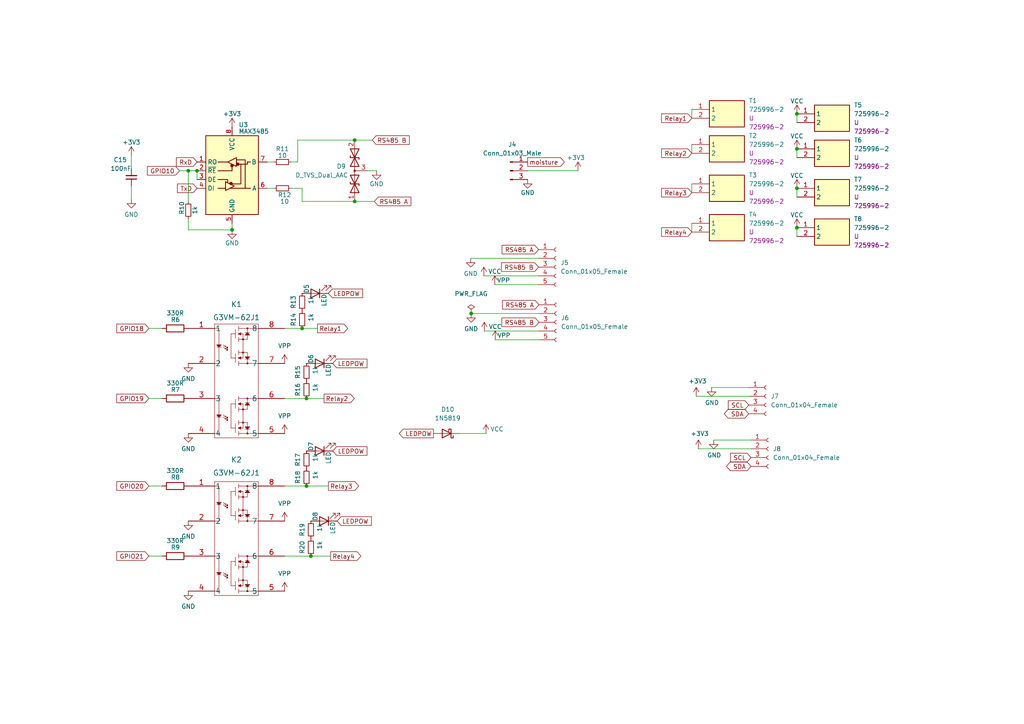
<source format=kicad_sch>
(kicad_sch (version 20211123) (generator eeschema)
  (paper "A4")
  (lib_symbols
    (symbol "725996-2:725996-2"
      (property "Value" "725996-2" (at 0 0 0))
      (property "Reference_1" "U" (at 16.51 7.62 0))
      (property "Value_1" "725996-2" (at 16.51 5.08 0))
      (symbol "725996-2_1_1"
        (pin passive line (at 0 0 0) (length 5.08) (name "1") (number "1"))
        (pin passive line (at 0 -2.54 0) (length 5.08) (name "2") (number "2"))
      )
    )
    (symbol "Connector:Conn_01x03_Male" (pin_names (offset 1.016) hide)
      (property "Reference" "J" (at 0 5.08 0))
      (property "Value" "Conn_01x03_Male" (at 0 -5.08 0))
      (symbol "Conn_01x03_Male_1_1"
        (pin passive line (at 5.08 2.54 180) (length 3.81) (name "Pin_1") (number "1"))
        (pin passive line (at 5.08 0 180) (length 3.81) (name "Pin_2") (number "2"))
        (pin passive line (at 5.08 -2.54 180) (length 3.81) (name "Pin_3") (number "3"))
      )
    )
    (symbol "Connector:Conn_01x04_Female" (pin_names (offset 1.016) hide)
      (property "Reference" "J" (at 0 5.08 0))
      (property "Value" "Conn_01x04_Female" (at 0 -7.62 0))
      (symbol "Conn_01x04_Female_1_1"
        (pin passive line (at -5.08 2.54 0) (length 3.81) (name "Pin_1") (number "1"))
        (pin passive line (at -5.08 0 0) (length 3.81) (name "Pin_2") (number "2"))
        (pin passive line (at -5.08 -2.54 0) (length 3.81) (name "Pin_3") (number "3"))
        (pin passive line (at -5.08 -5.08 0) (length 3.81) (name "Pin_4") (number "4"))
      )
    )
    (symbol "Connector:Conn_01x05_Female" (pin_names (offset 1.016) hide)
      (property "Reference" "J" (at 0 7.62 0))
      (property "Value" "Conn_01x05_Female" (at 0 -7.62 0))
      (symbol "Conn_01x05_Female_1_1"
        (pin passive line (at -5.08 5.08 0) (length 3.81) (name "Pin_1") (number "1"))
        (pin passive line (at -5.08 2.54 0) (length 3.81) (name "Pin_2") (number "2"))
        (pin passive line (at -5.08 0 0) (length 3.81) (name "Pin_3") (number "3"))
        (pin passive line (at -5.08 -2.54 0) (length 3.81) (name "Pin_4") (number "4"))
        (pin passive line (at -5.08 -5.08 0) (length 3.81) (name "Pin_5") (number "5"))
      )
    )
    (symbol "Device:C_Small" (pin_numbers hide) (pin_names (offset 0.254) hide)
      (property "Reference" "C" (at 0.254 1.778 0))
      (property "Value" "C_Small" (at 0.254 -2.032 0))
      (symbol "C_Small_1_1"
        (pin passive line (at 0 2.54 270) (length 2.032) (name "~") (number "1"))
        (pin passive line (at 0 -2.54 90) (length 2.032) (name "~") (number "2"))
      )
    )
    (symbol "Device:D_TVS_Dual_AAC" (pin_names (offset 1.016) hide)
      (property "Reference" "D" (at 0 4.445 0))
      (property "Value" "D_TVS_Dual_AAC" (at 0 2.54 0))
      (symbol "D_TVS_Dual_AAC_1_1"
        (pin passive line (at -8.89 0 0) (length 2.54) (name "A1") (number "1"))
        (pin passive line (at 8.89 0 180) (length 2.54) (name "A2") (number "2"))
        (pin input line (at 0 -3.81 90) (length 2.54) (name "common") (number "3"))
      )
    )
    (symbol "Device:LED" (pin_numbers hide) (pin_names (offset 1.016) hide)
      (property "Reference" "D" (at 0 2.54 0))
      (property "Value" "LED" (at 0 -2.54 0))
      (symbol "LED_1_1"
        (pin passive line (at -3.81 0 0) (length 2.54) (name "K") (number "1"))
        (pin passive line (at 3.81 0 180) (length 2.54) (name "A") (number "2"))
      )
    )
    (symbol "Device:R" (pin_numbers hide) (pin_names (offset 0))
      (property "Reference" "R" (at 2.032 0 90))
      (property "Value" "R" (at 0 0 90))
      (symbol "R_1_1"
        (pin passive line (at 0 3.81 270) (length 1.27) (name "~") (number "1"))
        (pin passive line (at 0 -3.81 90) (length 1.27) (name "~") (number "2"))
      )
    )
    (symbol "Device:R_Small" (pin_numbers hide) (pin_names (offset 0.254) hide)
      (property "Reference" "R" (at 0.762 0.508 0))
      (property "Value" "R_Small" (at 0.762 -1.016 0))
      (symbol "R_Small_1_1"
        (pin passive line (at 0 2.54 270) (length 0.762) (name "~") (number "1"))
        (pin passive line (at 0 -2.54 90) (length 0.762) (name "~") (number "2"))
      )
    )
    (symbol "Diode:1N5819" (pin_numbers hide) (pin_names (offset 1.016) hide)
      (property "Reference" "D" (at 0 2.54 0))
      (property "Value" "1N5819" (at 0 -2.54 0))
      (symbol "1N5819_1_1"
        (pin passive line (at -3.81 0 0) (length 2.54) (name "K") (number "1"))
        (pin passive line (at 3.81 0 180) (length 2.54) (name "A") (number "2"))
      )
    )
    (symbol "G3VM-62J1:G3VM-62J1" (pin_names (offset 0.254))
      (property "Reference" "K" (at 13.6652 6.0452 0))
      (property "Value" "G3VM-62J1" (at 13.6652 3.5052 0))
      (symbol "G3VM-62J1_1_1"
        (pin passive line (at 0 0 0) (length 7.62) (name "1") (number "1"))
        (pin passive line (at 0 -10.16 0) (length 7.62) (name "2") (number "2"))
        (pin passive line (at 0 -20.32 0) (length 7.62) (name "3") (number "3"))
        (pin passive line (at 0 -30.48 0) (length 7.62) (name "4") (number "4"))
        (pin passive line (at 27.94 -30.48 180) (length 7.62) (name "5") (number "5"))
        (pin passive line (at 27.94 -20.32 180) (length 7.62) (name "6") (number "6"))
        (pin passive line (at 27.94 -10.16 180) (length 7.62) (name "7") (number "7"))
        (pin passive line (at 27.94 0 180) (length 7.62) (name "8") (number "8"))
      )
    )
    (symbol "Interface_UART:MAX3485"
      (property "Reference" "U" (at -6.096 11.43 0))
      (property "Value" "MAX3485" (at 0.762 11.43 0))
      (symbol "MAX3485_1_1"
        (pin output line (at -10.16 2.54 0) (length 2.54) (name "RO") (number "1"))
        (pin input line (at -10.16 0 0) (length 2.54) (name "~{RE}") (number "2"))
        (pin input line (at -10.16 -2.54 0) (length 2.54) (name "DE") (number "3"))
        (pin input line (at -10.16 -5.08 0) (length 2.54) (name "DI") (number "4"))
        (pin power_in line (at 0 -15.24 90) (length 2.54) (name "GND") (number "5"))
        (pin bidirectional line (at 10.16 -5.08 180) (length 2.54) (name "A") (number "6"))
        (pin bidirectional line (at 10.16 2.54 180) (length 2.54) (name "B") (number "7"))
        (pin power_in line (at 0 12.7 270) (length 2.54) (name "VCC") (number "8"))
      )
    )
    (symbol "power:+3V3" (power) (pin_names (offset 0))
      (property "Value" "+3V3" (at 0 3.556 0))
      (symbol "+3V3_1_1"
        (pin power_in line (at 0 0 90) (length 0) hide (name "+3V3") (number "1"))
      )
    )
    (symbol "power:GND" (power) (pin_names (offset 0))
      (property "Value" "GND" (at 0 -3.81 0))
      (symbol "GND_1_1"
        (pin power_in line (at 0 0 270) (length 0) hide (name "GND") (number "1"))
      )
    )
    (symbol "power:PWR_FLAG" (power) (pin_numbers hide) (pin_names (offset 0) hide)
      (property "Value" "PWR_FLAG" (at 0 3.81 0))
      (symbol "PWR_FLAG_0_0"
        (pin power_out line (at 0 0 90) (length 0) (name "pwr") (number "1"))
      )
    )
    (symbol "power:VCC" (power) (pin_names (offset 0))
      (property "Value" "VCC" (at 0 3.81 0))
      (symbol "VCC_1_1"
        (pin power_in line (at 0 0 90) (length 0) hide (name "VCC") (number "1"))
      )
    )
    (symbol "power:VPP" (power) (pin_names (offset 0))
      (property "Value" "VPP" (at 0 3.81 0))
      (symbol "VPP_1_1"
        (pin power_in line (at 0 0 90) (length 0) hide (name "VPP") (number "1"))
      )
    )
  )
  (junction (at 231.14 54.61))
  (junction (at 57.15 49.53))
  (junction (at 54.61 49.53))
  (junction (at 87.63 95.25))
  (junction (at 136.652 90.932))
  (junction (at 88.9 140.97))
  (junction (at 102.87 58.42))
  (junction (at 88.9 115.57))
  (junction (at 231.14 43.18))
  (junction (at 90.17 161.29))
  (junction (at 231.14 66.04))
  (junction (at 231.14 33.02))
  (junction (at 67.31 66.675))
  (junction (at 102.87 40.64))
  (wire (pts (xy 231.14 43.18) (xy 231.14 45.72)))
  (wire (pts (xy 153.035 49.53) (xy 167.64 49.53)))
  (wire (pts (xy 87.63 54.61) (xy 87.63 58.42)))
  (wire (pts (xy 57.15 49.53) (xy 57.15 52.07)))
  (wire (pts (xy 136.652 90.932) (xy 156.337 90.932)))
  (wire (pts (xy 43.18 161.29) (xy 46.99 161.29)))
  (wire (pts (xy 206.375 112.395) (xy 217.17 112.395)))
  (wire (pts (xy 143.637 98.552) (xy 156.337 98.552)))
  (wire (pts (xy 38.1 53.975) (xy 38.1 57.785)))
  (wire (pts (xy 201.93 114.935) (xy 217.17 114.935)))
  (wire (pts (xy 82.55 161.29) (xy 90.17 161.29)))
  (wire (pts (xy 38.1 45.085) (xy 38.1 48.895)))
  (wire (pts (xy 43.18 140.97) (xy 46.99 140.97)))
  (wire (pts (xy 88.9 115.57) (xy 93.98 115.57)))
  (wire (pts (xy 82.55 140.97) (xy 88.9 140.97)))
  (wire (pts (xy 231.14 66.04) (xy 231.14 68.58)))
  (wire (pts (xy 90.17 161.29) (xy 95.885 161.29)))
  (wire (pts (xy 106.68 49.53) (xy 109.22 49.53)))
  (wire (pts (xy 202.565 130.175) (xy 217.805 130.175)))
  (wire (pts (xy 140.462 96.012) (xy 156.337 96.012)))
  (wire (pts (xy 133.35 125.73) (xy 140.97 125.73)))
  (wire (pts (xy 54.61 63.5) (xy 54.61 66.675)))
  (wire (pts (xy 102.87 40.64) (xy 107.95 40.64)))
  (wire (pts (xy 84.455 54.61) (xy 87.63 54.61)))
  (wire (pts (xy 136.525 74.93) (xy 156.21 74.93)))
  (wire (pts (xy 52.07 49.53) (xy 54.61 49.53)))
  (wire (pts (xy 231.14 54.61) (xy 231.14 57.15)))
  (wire (pts (xy 77.47 46.99) (xy 79.375 46.99)))
  (wire (pts (xy 200.66 64.77) (xy 200.66 67.31)))
  (wire (pts (xy 43.18 115.57) (xy 46.99 115.57)))
  (wire (pts (xy 43.18 95.25) (xy 46.99 95.25)))
  (wire (pts (xy 200.66 31.75) (xy 200.66 34.29)))
  (wire (pts (xy 54.61 49.53) (xy 54.61 58.42)))
  (wire (pts (xy 231.14 33.02) (xy 231.14 35.56)))
  (wire (pts (xy 87.63 58.42) (xy 102.87 58.42)))
  (wire (pts (xy 88.9 140.97) (xy 95.25 140.97)))
  (wire (pts (xy 84.455 46.99) (xy 86.36 46.99)))
  (wire (pts (xy 77.47 54.61) (xy 79.375 54.61)))
  (wire (pts (xy 200.66 41.91) (xy 200.66 44.45)))
  (wire (pts (xy 54.61 49.53) (xy 57.15 49.53)))
  (wire (pts (xy 140.335 80.01) (xy 156.21 80.01)))
  (wire (pts (xy 102.87 58.42) (xy 108.585 58.42)))
  (wire (pts (xy 86.36 46.99) (xy 86.36 40.64)))
  (wire (pts (xy 86.36 40.64) (xy 102.87 40.64)))
  (wire (pts (xy 82.55 95.25) (xy 87.63 95.25)))
  (wire (pts (xy 54.61 66.675) (xy 67.31 66.675)))
  (wire (pts (xy 67.31 64.77) (xy 67.31 66.675)))
  (wire (pts (xy 82.55 115.57) (xy 88.9 115.57)))
  (wire (pts (xy 143.51 82.55) (xy 156.21 82.55)))
  (wire (pts (xy 200.66 53.34) (xy 200.66 55.88)))
  (wire (pts (xy 87.63 95.25) (xy 92.075 95.25)))
  (wire (pts (xy 207.01 127.635) (xy 217.805 127.635)))
  (global_label "Relay4" (shape output) (at 95.885 161.29 0) (property "Intersheet References" "${INTERSHEET_REFS}" (effects hide)))
  (global_label "LEDPOW" (shape input) (at 95.25 85.09 0) (property "Intersheet References" "${INTERSHEET_REFS}" (effects hide)))
  (global_label "RS485 A" (shape input) (at 156.21 72.39 180) (property "Intersheet References" "${INTERSHEET_REFS}" (effects hide)))
  (global_label "GPIO18" (shape input) (at 43.18 95.25 180) (property "Intersheet References" "${INTERSHEET_REFS}" (effects hide)))
  (global_label "Relay2" (shape input) (at 200.66 44.45 180) (property "Intersheet References" "${INTERSHEET_REFS}" (effects hide)))
  (global_label "Relay4" (shape input) (at 200.66 67.31 180) (property "Intersheet References" "${INTERSHEET_REFS}" (effects hide)))
  (global_label "RS485 B" (shape input) (at 156.337 93.472 180) (property "Intersheet References" "${INTERSHEET_REFS}" (effects hide)))
  (global_label "SCL" (shape input) (at 217.805 132.715 180) (property "Intersheet References" "${INTERSHEET_REFS}" (effects hide)))
  (global_label "GPIO21" (shape input) (at 43.18 161.29 180) (property "Intersheet References" "${INTERSHEET_REFS}" (effects hide)))
  (global_label "Relay3" (shape output) (at 95.25 140.97 0) (property "Intersheet References" "${INTERSHEET_REFS}" (effects hide)))
  (global_label "SDA" (shape bidirectional) (at 217.805 135.255 180) (property "Intersheet References" "${INTERSHEET_REFS}" (effects hide)))
  (global_label "GPIO10" (shape input) (at 52.07 49.53 180) (property "Intersheet References" "${INTERSHEET_REFS}" (effects hide)))
  (global_label "RxD" (shape input) (at 57.15 46.99 180) (property "Intersheet References" "${INTERSHEET_REFS}" (effects hide)))
  (global_label "RS485 A" (shape input) (at 156.337 88.392 180) (property "Intersheet References" "${INTERSHEET_REFS}" (effects hide)))
  (global_label "RS485 B" (shape input) (at 107.95 40.64 0) (property "Intersheet References" "${INTERSHEET_REFS}" (effects hide)))
  (global_label "moisture" (shape output) (at 153.035 46.99 0) (property "Intersheet References" "${INTERSHEET_REFS}" (effects hide)))
  (global_label "TxD" (shape input) (at 57.15 54.61 180) (property "Intersheet References" "${INTERSHEET_REFS}" (effects hide)))
  (global_label "Relay3" (shape input) (at 200.66 55.88 180) (property "Intersheet References" "${INTERSHEET_REFS}" (effects hide)))
  (global_label "Relay2" (shape output) (at 93.98 115.57 0) (property "Intersheet References" "${INTERSHEET_REFS}" (effects hide)))
  (global_label "RS485 B" (shape input) (at 156.21 77.47 180) (property "Intersheet References" "${INTERSHEET_REFS}" (effects hide)))
  (global_label "RS485 A" (shape input) (at 108.585 58.42 0) (property "Intersheet References" "${INTERSHEET_REFS}" (effects hide)))
  (global_label "Relay1" (shape output) (at 92.075 95.25 0) (property "Intersheet References" "${INTERSHEET_REFS}" (effects hide)))
  (global_label "LEDPOW" (shape input) (at 96.52 130.81 0) (property "Intersheet References" "${INTERSHEET_REFS}" (effects hide)))
  (global_label "GPIO20" (shape input) (at 43.18 140.97 180) (property "Intersheet References" "${INTERSHEET_REFS}" (effects hide)))
  (global_label "Relay1" (shape input) (at 200.66 34.29 180) (property "Intersheet References" "${INTERSHEET_REFS}" (effects hide)))
  (global_label "SCL" (shape input) (at 217.17 117.475 180) (property "Intersheet References" "${INTERSHEET_REFS}" (effects hide)))
  (global_label "LEDPOW" (shape output) (at 125.73 125.73 180) (property "Intersheet References" "${INTERSHEET_REFS}" (effects hide)))
  (global_label "GPIO19" (shape input) (at 43.18 115.57 180) (property "Intersheet References" "${INTERSHEET_REFS}" (effects hide)))
  (global_label "LEDPOW" (shape input) (at 96.52 105.41 0) (property "Intersheet References" "${INTERSHEET_REFS}" (effects hide)))
  (global_label "SDA" (shape bidirectional) (at 217.17 120.015 180) (property "Intersheet References" "${INTERSHEET_REFS}" (effects hide)))
  (global_label "LEDPOW" (shape input) (at 97.79 151.13 0) (property "Intersheet References" "${INTERSHEET_REFS}" (effects hide)))
  (symbol (lib_id "power:VPP") (at 143.637 98.552 0) (unit 1)
    (property "Reference" "#PWR057" (effects hide))
    (property "Value" "VPP" (at 146.177 97.282 0))
  )
  (symbol (lib_id "power:+3V3") (at 201.93 114.935 0) (unit 1)
    (property "Reference" "#PWR060" (effects hide))
    (property "Value" "+3V3" (at 202.311 110.5408 0))
  )
  (symbol (lib_id "Device:R_Small") (at 87.63 87.63 180) (unit 1)
    (property "Reference" "R13" (at 85.09 87.63 90))
    (property "Value" "1k" (at 90.17 86.995 90))
    (property "Footprint" "Resistor_SMD:R_0402_1005Metric" (effects hide))
    (property "LCSC Part #" "C11702" (effects hide))
  )
  (symbol (lib_id "Device:R_Small") (at 81.915 54.61 90) (unit 1)
    (property "Reference" "R12" (at 82.55 56.515 90))
    (property "Value" "10" (at 82.55 58.42 90))
    (property "Footprint" "Resistor_SMD:R_0402_1005Metric" (effects hide))
    (property "LCSC Part #" "C25077" (effects hide))
  )
  (symbol (lib_id "725996-2:725996-2") (at 231.14 33.02 0) (unit 1)
    (property "Reference" "T5" (at 247.65 30.4799 0) (effects (justify left)))
    (property "Value" "725996-2" (at 247.65 33.0199 0) (effects (justify left)))
    (property "Footprint" "725996:7259962" (effects hide))
    (property "Reference_1" "U" (at 247.65 35.5599 0) (effects (justify left)))
    (property "Value_1" "725996-2" (at 247.65 38.0999 0) (effects (justify left)))
    (property "Footprint_1" "7259962" (effects hide))
    (property "Datasheet_1" "http://www.te.com/commerce/DocumentDelivery/DDEController?Action=showdoc&DocId=Catalog+Section%7F82159_PCB_TERMINALS_AND_DISCONNECTS%7F1207%7Fpdf%7FEnglish%7FENG_CS_82159_PCB_TERMINALS_AND_DISCONNECTS_1207.pdf%7F725996-2" (effects hide))
    (property "Height" "8" (effects hide))
    (property "Manufacturer_Name" "TE Connectivity" (effects hide))
    (property "Manufacturer_Part_Number" "725996-2" (effects hide))
    (property "Mouser Part Number" "571-725996-2" (effects hide))
    (property "Mouser Price/Stock" "https://www.mouser.co.uk/ProductDetail/TE-Connectivity-AMP/725996-2?qs=qCxwlXJ4fnwSyI%252Bf7tGybA%3D%3D" (effects hide))
    (property "Arrow Part Number" "725996-2" (effects hide))
    (property "Arrow Price/Stock" "https://www.arrow.com/en/products/725996-2/te-connectivity" (effects hide))
  )
  (symbol (lib_id "Connector:Conn_01x04_Female") (at 222.25 114.935 0) (unit 1)
    (property "Reference" "J7" (at 223.52 114.9349 0) (effects (justify left)))
    (property "Value" "Conn_01x04_Female" (at 223.52 117.4749 0) (effects (justify left)))
    (property "Footprint" "Connector_JST:JST_PH_B4B-PH-SM4-TB_1x04-1MP_P2.00mm_Vertical" (effects hide))
  )
  (symbol (lib_id "Device:R") (at 50.8 161.29 270) (unit 1)
    (property "Reference" "R9" (at 49.53 158.75 90) (effects (justify left)))
    (property "Value" "330R" (at 48.26 156.845 90) (effects (justify left)))
    (property "Footprint" "Resistor_SMD:R_0402_1005Metric" (effects hide))
    (property "LCSC Part #" "C25104" (effects hide))
  )
  (symbol (lib_id "power:GND") (at 207.01 127.635 0) (unit 1)
    (property "Reference" "#PWR063" (effects hide))
    (property "Value" "GND" (at 207.137 132.0292 0))
  )
  (symbol (lib_id "power:VCC") (at 231.14 33.02 0) (unit 1)
    (property "Reference" "#PWR064" (effects hide))
    (property "Value" "VCC" (at 231.14 29.337 0))
  )
  (symbol (lib_id "Connector:Conn_01x05_Female") (at 161.417 93.472 0) (unit 1)
    (property "Reference" "J6" (at 162.687 92.2019 0) (effects (justify left)))
    (property "Value" "Conn_01x05_Female" (at 162.687 94.7419 0) (effects (justify left)))
    (property "Footprint" "Connector_PinSocket_2.54mm:PinSocket_1x05_P2.54mm_Vertical" (effects hide))
  )
  (symbol (lib_id "Device:LED") (at 92.71 130.81 180) (unit 1)
    (property "Reference" "D7" (at 90.17 130.81 90) (effects (justify right)))
    (property "Value" "LED" (at 95.25 134.62 90) (effects (justify right)))
    (property "Footprint" "LED_SMD:LED_0402_1005Metric" (effects hide))
    (property "LCSC Part #" "C130724" (effects hide))
  )
  (symbol (lib_id "power:VCC") (at 231.14 54.61 0) (unit 1)
    (property "Reference" "#PWR066" (effects hide))
    (property "Value" "VCC" (at 231.14 50.927 0))
  )
  (symbol (lib_id "power:GND") (at 54.61 125.73 0) (unit 1)
    (property "Reference" "#PWR041" (effects hide))
    (property "Value" "GND" (at 54.61 130.175 0))
  )
  (symbol (lib_id "power:GND") (at 54.61 105.41 0) (unit 1)
    (property "Reference" "#PWR040" (effects hide))
    (property "Value" "GND" (at 54.61 109.855 0))
  )
  (symbol (lib_id "power:GND") (at 38.1 57.785 0) (unit 1)
    (property "Reference" "#PWR039" (effects hide))
    (property "Value" "GND" (at 38.1 62.23 0))
  )
  (symbol (lib_id "Device:R_Small") (at 88.9 107.95 180) (unit 1)
    (property "Reference" "R15" (at 86.36 107.95 90))
    (property "Value" "1k" (at 91.44 107.315 90))
    (property "Footprint" "Resistor_SMD:R_0402_1005Metric" (effects hide))
    (property "LCSC Part #" "C11702" (effects hide))
  )
  (symbol (lib_id "power:VCC") (at 140.97 125.73 0) (unit 1)
    (property "Reference" "#PWR055" (effects hide))
    (property "Value" "VCC" (at 144.145 124.46 0))
  )
  (symbol (lib_id "power:VPP") (at 82.55 105.41 0) (unit 1)
    (property "Reference" "#PWR046" (effects hide))
    (property "Value" "VPP" (at 82.55 100.33 0))
  )
  (symbol (lib_id "power:+3V3") (at 167.64 49.53 0) (unit 1)
    (property "Reference" "#PWR059" (effects hide))
    (property "Value" "+3V3" (at 167.005 45.72 0))
  )
  (symbol (lib_id "Device:C_Small") (at 38.1 51.435 180) (unit 1)
    (property "Reference" "C15" (at 36.83 46.355 0) (effects (justify left)))
    (property "Value" "100nF" (at 38.1 48.895 0) (effects (justify left)))
    (property "Footprint" "Capacitor_SMD:C_0402_1005Metric" (effects hide))
    (property "LCSC Part #" "C1525" (effects hide))
  )
  (symbol (lib_id "power:GND") (at 206.375 112.395 0) (unit 1)
    (property "Reference" "#PWR062" (effects hide))
    (property "Value" "GND" (at 206.502 116.7892 0))
  )
  (symbol (lib_id "Device:LED") (at 93.98 151.13 180) (unit 1)
    (property "Reference" "D8" (at 91.44 151.13 90) (effects (justify right)))
    (property "Value" "LED" (at 96.52 154.94 90) (effects (justify right)))
    (property "Footprint" "LED_SMD:LED_0402_1005Metric" (effects hide))
    (property "LCSC Part #" "C130724" (effects hide))
  )
  (symbol (lib_id "725996-2:725996-2") (at 200.66 41.91 0) (unit 1)
    (property "Reference" "T2" (at 217.17 39.3699 0) (effects (justify left)))
    (property "Value" "725996-2" (at 217.17 41.9099 0) (effects (justify left)))
    (property "Footprint" "725996:7259962" (effects hide))
    (property "Reference_1" "U" (at 217.17 44.4499 0) (effects (justify left)))
    (property "Value_1" "725996-2" (at 217.17 46.9899 0) (effects (justify left)))
    (property "Footprint_1" "7259962" (effects hide))
    (property "Datasheet_1" "http://www.te.com/commerce/DocumentDelivery/DDEController?Action=showdoc&DocId=Catalog+Section%7F82159_PCB_TERMINALS_AND_DISCONNECTS%7F1207%7Fpdf%7FEnglish%7FENG_CS_82159_PCB_TERMINALS_AND_DISCONNECTS_1207.pdf%7F725996-2" (effects hide))
    (property "Height" "8" (effects hide))
    (property "Manufacturer_Name" "TE Connectivity" (effects hide))
    (property "Manufacturer_Part_Number" "725996-2" (effects hide))
    (property "Mouser Part Number" "571-725996-2" (effects hide))
    (property "Mouser Price/Stock" "https://www.mouser.co.uk/ProductDetail/TE-Connectivity-AMP/725996-2?qs=qCxwlXJ4fnwSyI%252Bf7tGybA%3D%3D" (effects hide))
    (property "Arrow Part Number" "725996-2" (effects hide))
    (property "Arrow Price/Stock" "https://www.arrow.com/en/products/725996-2/te-connectivity" (effects hide))
  )
  (symbol (lib_id "Device:R") (at 50.8 115.57 270) (unit 1)
    (property "Reference" "R7" (at 49.53 113.03 90) (effects (justify left)))
    (property "Value" "330R" (at 48.26 111.125 90) (effects (justify left)))
    (property "Footprint" "Resistor_SMD:R_0402_1005Metric" (effects hide))
    (property "LCSC Part #" "C25104" (effects hide))
  )
  (symbol (lib_id "Interface_UART:MAX3485") (at 67.31 49.53 0) (unit 1)
    (property "Reference" "U3" (at 69.215 36.195 0) (effects (justify left)))
    (property "Value" "MAX3485" (at 69.215 38.1 0) (effects (justify left)))
    (property "Footprint" "Package_SO:SOIC-8_3.9x4.9mm_P1.27mm" (effects hide))
    (property "Datasheet" "https://datasheets.maximintegrated.com/en/ds/MAX3483-MAX3491.pdf" (effects hide))
    (property "LCSC Part #" "C18148" (effects hide))
  )
  (symbol (lib_id "power:+3V3") (at 67.31 36.83 0) (unit 1)
    (property "Reference" "#PWR044" (effects hide))
    (property "Value" "+3V3" (at 67.31 33.02 0))
  )
  (symbol (lib_id "power:GND") (at 54.61 171.45 0) (unit 1)
    (property "Reference" "#PWR043" (effects hide))
    (property "Value" "GND" (at 54.61 175.895 0))
  )
  (symbol (lib_id "Device:R_Small") (at 88.9 133.35 180) (unit 1)
    (property "Reference" "R17" (at 86.36 133.35 90))
    (property "Value" "1k" (at 91.44 132.715 90))
    (property "Footprint" "Resistor_SMD:R_0402_1005Metric" (effects hide))
    (property "LCSC Part #" "C11702" (effects hide))
  )
  (symbol (lib_id "Connector:Conn_01x04_Female") (at 222.885 130.175 0) (unit 1)
    (property "Reference" "J8" (at 224.155 130.1749 0) (effects (justify left)))
    (property "Value" "Conn_01x04_Female" (at 224.155 132.7149 0) (effects (justify left)))
    (property "Footprint" "Connector_PinSocket_2.54mm:PinSocket_1x04_P2.54mm_Vertical" (effects hide))
  )
  (symbol (lib_id "power:VPP") (at 82.55 171.45 0) (unit 1)
    (property "Reference" "#PWR049" (effects hide))
    (property "Value" "VPP" (at 82.55 166.37 0))
  )
  (symbol (lib_id "power:VCC") (at 140.462 96.012 0) (unit 1)
    (property "Reference" "#PWR054" (effects hide))
    (property "Value" "VCC" (at 143.637 94.742 0))
  )
  (symbol (lib_id "Device:R_Small") (at 54.61 60.96 180) (unit 1)
    (property "Reference" "R10" (at 52.705 60.325 90))
    (property "Value" "1k" (at 56.515 60.96 90))
    (property "Footprint" "Resistor_SMD:R_0402_1005Metric" (effects hide))
    (property "LCSC Part #" "C11702" (effects hide))
  )
  (symbol (lib_id "power:VPP") (at 82.55 151.13 0) (unit 1)
    (property "Reference" "#PWR048" (effects hide))
    (property "Value" "VPP" (at 82.55 146.05 0))
  )
  (symbol (lib_id "power:GND") (at 109.22 49.53 0) (unit 1)
    (property "Reference" "#PWR050" (effects hide))
    (property "Value" "GND" (at 109.22 53.34 0))
  )
  (symbol (lib_id "Connector:Conn_01x03_Male") (at 147.955 49.53 0) (unit 1)
    (property "Reference" "J4" (at 148.59 41.91 0))
    (property "Value" "Conn_01x03_Male" (at 148.59 44.45 0))
    (property "Footprint" "Connector_JST:JST_PH_B3B-PH-K_1x03_P2.00mm_Vertical" (effects hide))
  )
  (symbol (lib_id "Device:LED") (at 92.71 105.41 180) (unit 1)
    (property "Reference" "D6" (at 90.17 105.41 90) (effects (justify right)))
    (property "Value" "LED" (at 95.25 109.22 90) (effects (justify right)))
    (property "Footprint" "LED_SMD:LED_0402_1005Metric" (effects hide))
    (property "LCSC Part #" "C130724" (effects hide))
  )
  (symbol (lib_id "power:GND") (at 153.035 52.07 0) (unit 1)
    (property "Reference" "#PWR058" (effects hide))
    (property "Value" "GND" (at 153.035 55.88 0))
  )
  (symbol (lib_id "G3VM-62J1:G3VM-62J1") (at 54.61 95.25 0) (unit 1)
    (property "Reference" "K1" (at 68.58 88.265 0) (effects (font (size 1.524 1.524))))
    (property "Value" "G3VM-62J1" (at 68.58 92.075 0) (effects (font (size 1.524 1.524))))
    (property "Footprint" "J-SOP8_OMR" (effects hide))
    (property "LCSC Part #" "C726024" (effects hide))
  )
  (symbol (lib_id "power:+3V3") (at 202.565 130.175 0) (unit 1)
    (property "Reference" "#PWR061" (effects hide))
    (property "Value" "+3V3" (at 202.946 125.7808 0))
  )
  (symbol (lib_id "Device:R_Small") (at 90.17 153.67 180) (unit 1)
    (property "Reference" "R19" (at 87.63 153.67 90))
    (property "Value" "1k" (at 92.71 153.035 90))
    (property "Footprint" "Resistor_SMD:R_0402_1005Metric" (effects hide))
    (property "LCSC Part #" "C11702" (effects hide))
  )
  (symbol (lib_id "725996-2:725996-2") (at 231.14 54.61 0) (unit 1)
    (property "Reference" "T7" (at 247.65 52.0699 0) (effects (justify left)))
    (property "Value" "725996-2" (at 247.65 54.6099 0) (effects (justify left)))
    (property "Footprint" "725996:7259962" (effects hide))
    (property "Reference_1" "U" (at 247.65 57.1499 0) (effects (justify left)))
    (property "Value_1" "725996-2" (at 247.65 59.6899 0) (effects (justify left)))
    (property "Footprint_1" "7259962" (effects hide))
    (property "Datasheet_1" "http://www.te.com/commerce/DocumentDelivery/DDEController?Action=showdoc&DocId=Catalog+Section%7F82159_PCB_TERMINALS_AND_DISCONNECTS%7F1207%7Fpdf%7FEnglish%7FENG_CS_82159_PCB_TERMINALS_AND_DISCONNECTS_1207.pdf%7F725996-2" (effects hide))
    (property "Height" "8" (effects hide))
    (property "Manufacturer_Name" "TE Connectivity" (effects hide))
    (property "Manufacturer_Part_Number" "725996-2" (effects hide))
    (property "Mouser Part Number" "571-725996-2" (effects hide))
    (property "Mouser Price/Stock" "https://www.mouser.co.uk/ProductDetail/TE-Connectivity-AMP/725996-2?qs=qCxwlXJ4fnwSyI%252Bf7tGybA%3D%3D" (effects hide))
    (property "Arrow Part Number" "725996-2" (effects hide))
    (property "Arrow Price/Stock" "https://www.arrow.com/en/products/725996-2/te-connectivity" (effects hide))
  )
  (symbol (lib_id "power:GND") (at 67.31 66.675 0) (unit 1)
    (property "Reference" "#PWR045" (effects hide))
    (property "Value" "GND" (at 67.31 70.485 0))
  )
  (symbol (lib_id "Device:LED") (at 91.44 85.09 180) (unit 1)
    (property "Reference" "D5" (at 88.9 85.09 90) (effects (justify right)))
    (property "Value" "LED" (at 93.98 88.9 90) (effects (justify right)))
    (property "Footprint" "LED_SMD:LED_0402_1005Metric" (effects hide))
    (property "LCSC Part #" "C130724" (effects hide))
  )
  (symbol (lib_id "power:VCC") (at 140.335 80.01 0) (unit 1)
    (property "Reference" "#PWR053" (effects hide))
    (property "Value" "VCC" (at 143.51 78.74 0))
  )
  (symbol (lib_id "G3VM-62J1:G3VM-62J1") (at 54.61 140.97 0) (unit 1)
    (property "Reference" "K2" (at 68.58 133.35 0) (effects (font (size 1.524 1.524))))
    (property "Value" "G3VM-62J1" (at 68.58 137.16 0) (effects (font (size 1.524 1.524))))
    (property "Footprint" "J-SOP8_OMR" (effects hide))
    (property "LCSC Part #" "C726024" (effects hide))
  )
  (symbol (lib_id "power:GND") (at 136.525 74.93 0) (unit 1)
    (property "Reference" "#PWR051" (effects hide))
    (property "Value" "GND" (at 136.525 79.375 0))
  )
  (symbol (lib_id "Device:R") (at 50.8 95.25 270) (unit 1)
    (property "Reference" "R6" (at 49.53 92.71 90) (effects (justify left)))
    (property "Value" "330R" (at 48.26 90.805 90) (effects (justify left)))
    (property "Footprint" "Resistor_SMD:R_0402_1005Metric" (effects hide))
    (property "LCSC Part #" "C25104" (effects hide))
  )
  (symbol (lib_id "Device:R_Small") (at 90.17 158.75 180) (unit 1)
    (property "Reference" "R20" (at 87.63 158.75 90))
    (property "Value" "1k" (at 92.71 158.115 90))
    (property "Footprint" "Resistor_SMD:R_0402_1005Metric" (effects hide))
    (property "LCSC Part #" "C11702" (effects hide))
  )
  (symbol (lib_id "power:+3V3") (at 38.1 45.085 0) (unit 1)
    (property "Reference" "#PWR038" (effects hide))
    (property "Value" "+3V3" (at 38.1 41.275 0))
  )
  (symbol (lib_id "Device:R_Small") (at 88.9 138.43 180) (unit 1)
    (property "Reference" "R18" (at 86.36 138.43 90))
    (property "Value" "1k" (at 91.44 137.795 90))
    (property "Footprint" "Resistor_SMD:R_0402_1005Metric" (effects hide))
    (property "LCSC Part #" "C11702" (effects hide))
  )
  (symbol (lib_id "Device:R_Small") (at 87.63 92.71 180) (unit 1)
    (property "Reference" "R14" (at 85.09 92.71 90))
    (property "Value" "1k" (at 90.17 92.075 90))
    (property "Footprint" "Resistor_SMD:R_0402_1005Metric" (effects hide))
    (property "LCSC Part #" "C11702" (effects hide))
  )
  (symbol (lib_id "725996-2:725996-2") (at 200.66 53.34 0) (unit 1)
    (property "Reference" "T3" (at 217.17 50.7999 0) (effects (justify left)))
    (property "Value" "725996-2" (at 217.17 53.3399 0) (effects (justify left)))
    (property "Footprint" "725996:7259962" (effects hide))
    (property "Reference_1" "U" (at 217.17 55.8799 0) (effects (justify left)))
    (property "Value_1" "725996-2" (at 217.17 58.4199 0) (effects (justify left)))
    (property "Footprint_1" "7259962" (effects hide))
    (property "Datasheet_1" "http://www.te.com/commerce/DocumentDelivery/DDEController?Action=showdoc&DocId=Catalog+Section%7F82159_PCB_TERMINALS_AND_DISCONNECTS%7F1207%7Fpdf%7FEnglish%7FENG_CS_82159_PCB_TERMINALS_AND_DISCONNECTS_1207.pdf%7F725996-2" (effects hide))
    (property "Height" "8" (effects hide))
    (property "Manufacturer_Name" "TE Connectivity" (effects hide))
    (property "Manufacturer_Part_Number" "725996-2" (effects hide))
    (property "Mouser Part Number" "571-725996-2" (effects hide))
    (property "Mouser Price/Stock" "https://www.mouser.co.uk/ProductDetail/TE-Connectivity-AMP/725996-2?qs=qCxwlXJ4fnwSyI%252Bf7tGybA%3D%3D" (effects hide))
    (property "Arrow Part Number" "725996-2" (effects hide))
    (property "Arrow Price/Stock" "https://www.arrow.com/en/products/725996-2/te-connectivity" (effects hide))
  )
  (symbol (lib_id "power:PWR_FLAG") (at 136.652 90.932 0) (unit 1)
    (property "Reference" "#FLG05" (effects hide))
    (property "Value" "PWR_FLAG" (at 136.652 85.217 0))
  )
  (symbol (lib_id "725996-2:725996-2") (at 231.14 66.04 0) (unit 1)
    (property "Reference" "T8" (at 247.65 63.4999 0) (effects (justify left)))
    (property "Value" "725996-2" (at 247.65 66.0399 0) (effects (justify left)))
    (property "Footprint" "725996:7259962" (effects hide))
    (property "Reference_1" "U" (at 247.65 68.5799 0) (effects (justify left)))
    (property "Value_1" "725996-2" (at 247.65 71.1199 0) (effects (justify left)))
    (property "Footprint_1" "7259962" (effects hide))
    (property "Datasheet_1" "http://www.te.com/commerce/DocumentDelivery/DDEController?Action=showdoc&DocId=Catalog+Section%7F82159_PCB_TERMINALS_AND_DISCONNECTS%7F1207%7Fpdf%7FEnglish%7FENG_CS_82159_PCB_TERMINALS_AND_DISCONNECTS_1207.pdf%7F725996-2" (effects hide))
    (property "Height" "8" (effects hide))
    (property "Manufacturer_Name" "TE Connectivity" (effects hide))
    (property "Manufacturer_Part_Number" "725996-2" (effects hide))
    (property "Mouser Part Number" "571-725996-2" (effects hide))
    (property "Mouser Price/Stock" "https://www.mouser.co.uk/ProductDetail/TE-Connectivity-AMP/725996-2?qs=qCxwlXJ4fnwSyI%252Bf7tGybA%3D%3D" (effects hide))
    (property "Arrow Part Number" "725996-2" (effects hide))
    (property "Arrow Price/Stock" "https://www.arrow.com/en/products/725996-2/te-connectivity" (effects hide))
  )
  (symbol (lib_id "725996-2:725996-2") (at 200.66 64.77 0) (unit 1)
    (property "Reference" "T4" (at 217.17 62.2299 0) (effects (justify left)))
    (property "Value" "725996-2" (at 217.17 64.7699 0) (effects (justify left)))
    (property "Footprint" "725996:7259962" (effects hide))
    (property "Reference_1" "U" (at 217.17 67.3099 0) (effects (justify left)))
    (property "Value_1" "725996-2" (at 217.17 69.8499 0) (effects (justify left)))
    (property "Footprint_1" "7259962" (effects hide))
    (property "Datasheet_1" "http://www.te.com/commerce/DocumentDelivery/DDEController?Action=showdoc&DocId=Catalog+Section%7F82159_PCB_TERMINALS_AND_DISCONNECTS%7F1207%7Fpdf%7FEnglish%7FENG_CS_82159_PCB_TERMINALS_AND_DISCONNECTS_1207.pdf%7F725996-2" (effects hide))
    (property "Height" "8" (effects hide))
    (property "Manufacturer_Name" "TE Connectivity" (effects hide))
    (property "Manufacturer_Part_Number" "725996-2" (effects hide))
    (property "Mouser Part Number" "571-725996-2" (effects hide))
    (property "Mouser Price/Stock" "https://www.mouser.co.uk/ProductDetail/TE-Connectivity-AMP/725996-2?qs=qCxwlXJ4fnwSyI%252Bf7tGybA%3D%3D" (effects hide))
    (property "Arrow Part Number" "725996-2" (effects hide))
    (property "Arrow Price/Stock" "https://www.arrow.com/en/products/725996-2/te-connectivity" (effects hide))
  )
  (symbol (lib_id "power:VCC") (at 231.14 66.04 0) (unit 1)
    (property "Reference" "#PWR067" (effects hide))
    (property "Value" "VCC" (at 231.14 62.357 0))
  )
  (symbol (lib_id "Device:R_Small") (at 81.915 46.99 90) (unit 1)
    (property "Reference" "R11" (at 81.915 43.18 90))
    (property "Value" "10" (at 81.915 45.085 90))
    (property "Footprint" "Resistor_SMD:R_0402_1005Metric" (effects hide))
    (property "LCSC Part #" "C25077" (effects hide))
  )
  (symbol (lib_id "Device:D_TVS_Dual_AAC") (at 102.87 49.53 90) (unit 1)
    (property "Reference" "D9" (at 100.33 48.2599 90) (effects (justify left)))
    (property "Value" "D_TVS_Dual_AAC" (at 100.965 50.8 90) (effects (justify left)))
    (property "Footprint" "Package_TO_SOT_SMD:SOT-23" (effects hide))
    (property "LCSC Part #" "C32677" (effects hide))
  )
  (symbol (lib_id "power:VPP") (at 82.55 125.73 0) (unit 1)
    (property "Reference" "#PWR047" (effects hide))
    (property "Value" "VPP" (at 82.55 120.65 0))
  )
  (symbol (lib_id "725996-2:725996-2") (at 200.66 31.75 0) (unit 1)
    (property "Reference" "T1" (at 217.17 29.2099 0) (effects (justify left)))
    (property "Value" "725996-2" (at 217.17 31.7499 0) (effects (justify left)))
    (property "Footprint" "725996:7259962" (effects hide))
    (property "Reference_1" "U" (at 217.17 34.2899 0) (effects (justify left)))
    (property "Value_1" "725996-2" (at 217.17 36.8299 0) (effects (justify left)))
    (property "Footprint_1" "7259962" (effects hide))
    (property "Datasheet_1" "http://www.te.com/commerce/DocumentDelivery/DDEController?Action=showdoc&DocId=Catalog+Section%7F82159_PCB_TERMINALS_AND_DISCONNECTS%7F1207%7Fpdf%7FEnglish%7FENG_CS_82159_PCB_TERMINALS_AND_DISCONNECTS_1207.pdf%7F725996-2" (effects hide))
    (property "Height" "8" (effects hide))
    (property "Manufacturer_Name" "TE Connectivity" (effects hide))
    (property "Manufacturer_Part_Number" "725996-2" (effects hide))
    (property "Mouser Part Number" "571-725996-2" (effects hide))
    (property "Mouser Price/Stock" "https://www.mouser.co.uk/ProductDetail/TE-Connectivity-AMP/725996-2?qs=qCxwlXJ4fnwSyI%252Bf7tGybA%3D%3D" (effects hide))
    (property "Arrow Part Number" "725996-2" (effects hide))
    (property "Arrow Price/Stock" "https://www.arrow.com/en/products/725996-2/te-connectivity" (effects hide))
  )
  (symbol (lib_id "power:GND") (at 136.652 90.932 0) (unit 1)
    (property "Reference" "#PWR052" (effects hide))
    (property "Value" "GND" (at 136.652 95.377 0))
  )
  (symbol (lib_id "power:GND") (at 54.61 151.13 0) (unit 1)
    (property "Reference" "#PWR042" (effects hide))
    (property "Value" "GND" (at 54.61 155.575 0))
  )
  (symbol (lib_id "725996-2:725996-2") (at 231.14 43.18 0) (unit 1)
    (property "Reference" "T6" (at 247.65 40.6399 0) (effects (justify left)))
    (property "Value" "725996-2" (at 247.65 43.1799 0) (effects (justify left)))
    (property "Footprint" "725996:7259962" (effects hide))
    (property "Reference_1" "U" (at 247.65 45.7199 0) (effects (justify left)))
    (property "Value_1" "725996-2" (at 247.65 48.2599 0) (effects (justify left)))
    (property "Footprint_1" "7259962" (effects hide))
    (property "Datasheet_1" "http://www.te.com/commerce/DocumentDelivery/DDEController?Action=showdoc&DocId=Catalog+Section%7F82159_PCB_TERMINALS_AND_DISCONNECTS%7F1207%7Fpdf%7FEnglish%7FENG_CS_82159_PCB_TERMINALS_AND_DISCONNECTS_1207.pdf%7F725996-2" (effects hide))
    (property "Height" "8" (effects hide))
    (property "Manufacturer_Name" "TE Connectivity" (effects hide))
    (property "Manufacturer_Part_Number" "725996-2" (effects hide))
    (property "Mouser Part Number" "571-725996-2" (effects hide))
    (property "Mouser Price/Stock" "https://www.mouser.co.uk/ProductDetail/TE-Connectivity-AMP/725996-2?qs=qCxwlXJ4fnwSyI%252Bf7tGybA%3D%3D" (effects hide))
    (property "Arrow Part Number" "725996-2" (effects hide))
    (property "Arrow Price/Stock" "https://www.arrow.com/en/products/725996-2/te-connectivity" (effects hide))
  )
  (symbol (lib_id "Device:R") (at 50.8 140.97 270) (unit 1)
    (property "Reference" "R8" (at 49.53 138.43 90) (effects (justify left)))
    (property "Value" "330R" (at 48.26 136.525 90) (effects (justify left)))
    (property "Footprint" "Resistor_SMD:R_0402_1005Metric" (effects hide))
    (property "LCSC Part #" "C25104" (effects hide))
  )
  (symbol (lib_id "power:VCC") (at 231.14 43.18 0) (unit 1)
    (property "Reference" "#PWR065" (effects hide))
    (property "Value" "VCC" (at 231.14 39.497 0))
  )
  (symbol (lib_id "power:VPP") (at 143.51 82.55 0) (unit 1)
    (property "Reference" "#PWR056" (effects hide))
    (property "Value" "VPP" (at 146.05 81.28 0))
  )
  (symbol (lib_id "Connector:Conn_01x05_Female") (at 161.29 77.47 0) (unit 1)
    (property "Reference" "J5" (at 162.56 76.1999 0) (effects (justify left)))
    (property "Value" "Conn_01x05_Female" (at 162.56 78.7399 0) (effects (justify left)))
    (property "Footprint" "Connector_PinSocket_2.54mm:PinSocket_1x05_P2.54mm_Vertical" (effects hide))
  )
  (symbol (lib_id "Device:R_Small") (at 88.9 113.03 180) (unit 1)
    (property "Reference" "R16" (at 86.36 113.03 90))
    (property "Value" "1k" (at 91.44 112.395 90))
    (property "Footprint" "Resistor_SMD:R_0402_1005Metric" (effects hide))
    (property "LCSC Part #" "C11702" (effects hide))
  )
  (symbol (lib_id "Diode:1N5819") (at 129.54 125.73 180) (unit 1)
    (property "Reference" "D10" (at 129.8575 118.745 0))
    (property "Value" "1N5819" (at 129.8575 121.285 0))
    (property "Footprint" "Diode_SMD:D_SOD-323" (effects hide))
    (property "Datasheet" "http://www.vishay.com/docs/88525/1n5817.pdf" (effects hide))
    (property "LCSC Part #" "C191023" (effects hide))
  )
)
</source>
